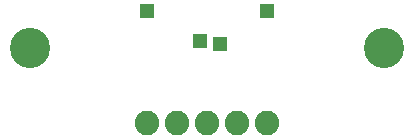
<source format=gbs>
G75*
G70*
%OFA0B0*%
%FSLAX24Y24*%
%IPPOS*%
%LPD*%
%AMOC8*
5,1,8,0,0,1.08239X$1,22.5*
%
%ADD10C,0.1340*%
%ADD11C,0.0820*%
%ADD12R,0.0456X0.0456*%
%ADD13R,0.0496X0.0496*%
D10*
X002262Y003650D03*
X014073Y003650D03*
D11*
X006168Y001150D03*
X007168Y001150D03*
X008168Y001150D03*
X009168Y001150D03*
X010168Y001150D03*
D12*
X008589Y003807D03*
X007918Y003900D03*
X010168Y004900D03*
D13*
X006168Y004900D03*
M02*

</source>
